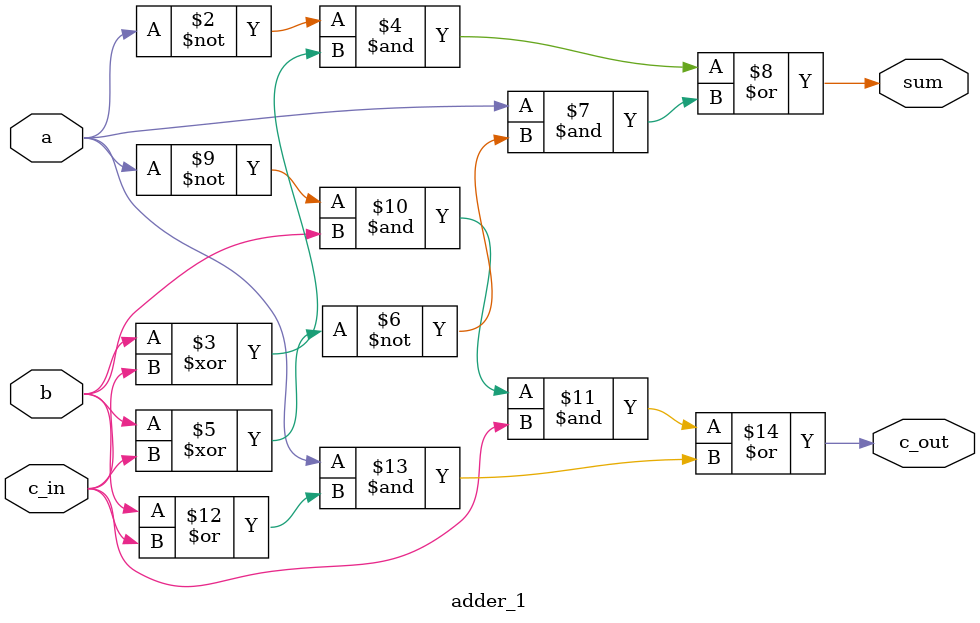
<source format=sv>
`timescale 1ns/1ps
`default_nettype none
/*
  a 1 bit addder that we can daisy chain for 
  ripple carry adders
*/

module adder_1(a, b, c_in, sum, c_out);

input wire a, b, c_in;
output logic sum, c_out;

always_comb begin
  sum = (~a & (b ^ c_in)) | (a & (~(b ^ c_in)));
  c_out = (~a & b & c_in) | (a & (b | c_in));
end


endmodule
</source>
